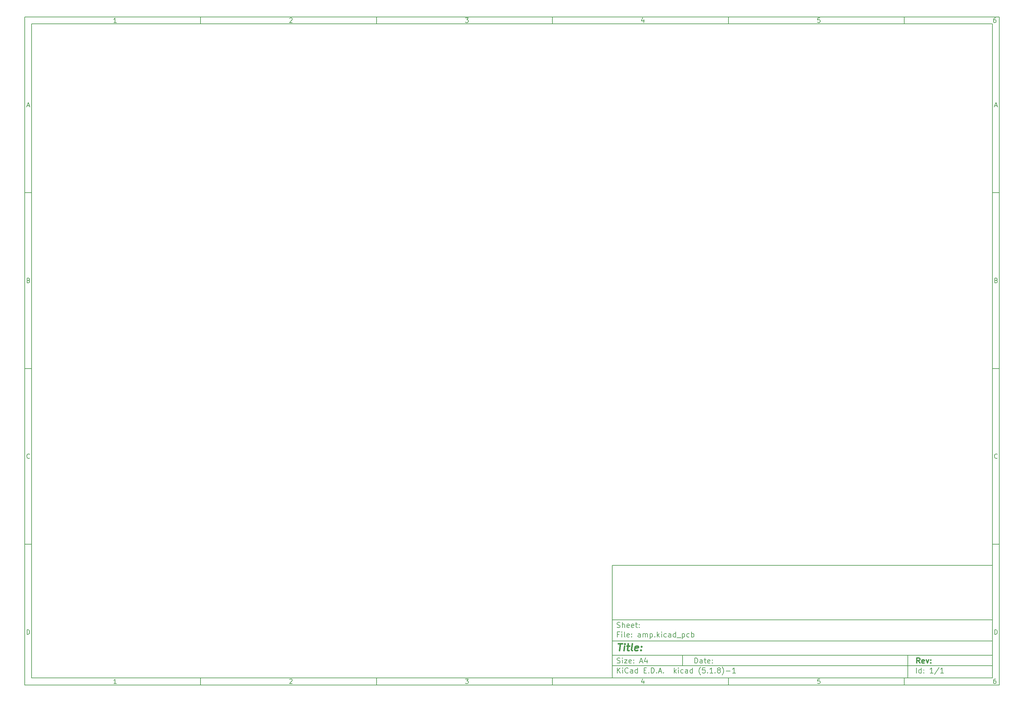
<source format=gbp>
G04 #@! TF.GenerationSoftware,KiCad,Pcbnew,(5.1.8)-1*
G04 #@! TF.CreationDate,2021-03-01T21:59:05+08:00*
G04 #@! TF.ProjectId,amp,616d702e-6b69-4636-9164-5f7063625858,rev?*
G04 #@! TF.SameCoordinates,Original*
G04 #@! TF.FileFunction,Paste,Bot*
G04 #@! TF.FilePolarity,Positive*
%FSLAX46Y46*%
G04 Gerber Fmt 4.6, Leading zero omitted, Abs format (unit mm)*
G04 Created by KiCad (PCBNEW (5.1.8)-1) date 2021-03-01 21:59:05*
%MOMM*%
%LPD*%
G01*
G04 APERTURE LIST*
%ADD10C,0.150000*%
%ADD11C,0.300000*%
%ADD12C,0.400000*%
G04 APERTURE END LIST*
D10*
X177002200Y-166007200D02*
X177002200Y-198007200D01*
X285002200Y-198007200D01*
X285002200Y-166007200D01*
X177002200Y-166007200D01*
X10000000Y-10000000D02*
X10000000Y-200007200D01*
X287002200Y-200007200D01*
X287002200Y-10000000D01*
X10000000Y-10000000D01*
X12000000Y-12000000D02*
X12000000Y-198007200D01*
X285002200Y-198007200D01*
X285002200Y-12000000D01*
X12000000Y-12000000D01*
X60000000Y-12000000D02*
X60000000Y-10000000D01*
X110000000Y-12000000D02*
X110000000Y-10000000D01*
X160000000Y-12000000D02*
X160000000Y-10000000D01*
X210000000Y-12000000D02*
X210000000Y-10000000D01*
X260000000Y-12000000D02*
X260000000Y-10000000D01*
X36065476Y-11588095D02*
X35322619Y-11588095D01*
X35694047Y-11588095D02*
X35694047Y-10288095D01*
X35570238Y-10473809D01*
X35446428Y-10597619D01*
X35322619Y-10659523D01*
X85322619Y-10411904D02*
X85384523Y-10350000D01*
X85508333Y-10288095D01*
X85817857Y-10288095D01*
X85941666Y-10350000D01*
X86003571Y-10411904D01*
X86065476Y-10535714D01*
X86065476Y-10659523D01*
X86003571Y-10845238D01*
X85260714Y-11588095D01*
X86065476Y-11588095D01*
X135260714Y-10288095D02*
X136065476Y-10288095D01*
X135632142Y-10783333D01*
X135817857Y-10783333D01*
X135941666Y-10845238D01*
X136003571Y-10907142D01*
X136065476Y-11030952D01*
X136065476Y-11340476D01*
X136003571Y-11464285D01*
X135941666Y-11526190D01*
X135817857Y-11588095D01*
X135446428Y-11588095D01*
X135322619Y-11526190D01*
X135260714Y-11464285D01*
X185941666Y-10721428D02*
X185941666Y-11588095D01*
X185632142Y-10226190D02*
X185322619Y-11154761D01*
X186127380Y-11154761D01*
X236003571Y-10288095D02*
X235384523Y-10288095D01*
X235322619Y-10907142D01*
X235384523Y-10845238D01*
X235508333Y-10783333D01*
X235817857Y-10783333D01*
X235941666Y-10845238D01*
X236003571Y-10907142D01*
X236065476Y-11030952D01*
X236065476Y-11340476D01*
X236003571Y-11464285D01*
X235941666Y-11526190D01*
X235817857Y-11588095D01*
X235508333Y-11588095D01*
X235384523Y-11526190D01*
X235322619Y-11464285D01*
X285941666Y-10288095D02*
X285694047Y-10288095D01*
X285570238Y-10350000D01*
X285508333Y-10411904D01*
X285384523Y-10597619D01*
X285322619Y-10845238D01*
X285322619Y-11340476D01*
X285384523Y-11464285D01*
X285446428Y-11526190D01*
X285570238Y-11588095D01*
X285817857Y-11588095D01*
X285941666Y-11526190D01*
X286003571Y-11464285D01*
X286065476Y-11340476D01*
X286065476Y-11030952D01*
X286003571Y-10907142D01*
X285941666Y-10845238D01*
X285817857Y-10783333D01*
X285570238Y-10783333D01*
X285446428Y-10845238D01*
X285384523Y-10907142D01*
X285322619Y-11030952D01*
X60000000Y-198007200D02*
X60000000Y-200007200D01*
X110000000Y-198007200D02*
X110000000Y-200007200D01*
X160000000Y-198007200D02*
X160000000Y-200007200D01*
X210000000Y-198007200D02*
X210000000Y-200007200D01*
X260000000Y-198007200D02*
X260000000Y-200007200D01*
X36065476Y-199595295D02*
X35322619Y-199595295D01*
X35694047Y-199595295D02*
X35694047Y-198295295D01*
X35570238Y-198481009D01*
X35446428Y-198604819D01*
X35322619Y-198666723D01*
X85322619Y-198419104D02*
X85384523Y-198357200D01*
X85508333Y-198295295D01*
X85817857Y-198295295D01*
X85941666Y-198357200D01*
X86003571Y-198419104D01*
X86065476Y-198542914D01*
X86065476Y-198666723D01*
X86003571Y-198852438D01*
X85260714Y-199595295D01*
X86065476Y-199595295D01*
X135260714Y-198295295D02*
X136065476Y-198295295D01*
X135632142Y-198790533D01*
X135817857Y-198790533D01*
X135941666Y-198852438D01*
X136003571Y-198914342D01*
X136065476Y-199038152D01*
X136065476Y-199347676D01*
X136003571Y-199471485D01*
X135941666Y-199533390D01*
X135817857Y-199595295D01*
X135446428Y-199595295D01*
X135322619Y-199533390D01*
X135260714Y-199471485D01*
X185941666Y-198728628D02*
X185941666Y-199595295D01*
X185632142Y-198233390D02*
X185322619Y-199161961D01*
X186127380Y-199161961D01*
X236003571Y-198295295D02*
X235384523Y-198295295D01*
X235322619Y-198914342D01*
X235384523Y-198852438D01*
X235508333Y-198790533D01*
X235817857Y-198790533D01*
X235941666Y-198852438D01*
X236003571Y-198914342D01*
X236065476Y-199038152D01*
X236065476Y-199347676D01*
X236003571Y-199471485D01*
X235941666Y-199533390D01*
X235817857Y-199595295D01*
X235508333Y-199595295D01*
X235384523Y-199533390D01*
X235322619Y-199471485D01*
X285941666Y-198295295D02*
X285694047Y-198295295D01*
X285570238Y-198357200D01*
X285508333Y-198419104D01*
X285384523Y-198604819D01*
X285322619Y-198852438D01*
X285322619Y-199347676D01*
X285384523Y-199471485D01*
X285446428Y-199533390D01*
X285570238Y-199595295D01*
X285817857Y-199595295D01*
X285941666Y-199533390D01*
X286003571Y-199471485D01*
X286065476Y-199347676D01*
X286065476Y-199038152D01*
X286003571Y-198914342D01*
X285941666Y-198852438D01*
X285817857Y-198790533D01*
X285570238Y-198790533D01*
X285446428Y-198852438D01*
X285384523Y-198914342D01*
X285322619Y-199038152D01*
X10000000Y-60000000D02*
X12000000Y-60000000D01*
X10000000Y-110000000D02*
X12000000Y-110000000D01*
X10000000Y-160000000D02*
X12000000Y-160000000D01*
X10690476Y-35216666D02*
X11309523Y-35216666D01*
X10566666Y-35588095D02*
X11000000Y-34288095D01*
X11433333Y-35588095D01*
X11092857Y-84907142D02*
X11278571Y-84969047D01*
X11340476Y-85030952D01*
X11402380Y-85154761D01*
X11402380Y-85340476D01*
X11340476Y-85464285D01*
X11278571Y-85526190D01*
X11154761Y-85588095D01*
X10659523Y-85588095D01*
X10659523Y-84288095D01*
X11092857Y-84288095D01*
X11216666Y-84350000D01*
X11278571Y-84411904D01*
X11340476Y-84535714D01*
X11340476Y-84659523D01*
X11278571Y-84783333D01*
X11216666Y-84845238D01*
X11092857Y-84907142D01*
X10659523Y-84907142D01*
X11402380Y-135464285D02*
X11340476Y-135526190D01*
X11154761Y-135588095D01*
X11030952Y-135588095D01*
X10845238Y-135526190D01*
X10721428Y-135402380D01*
X10659523Y-135278571D01*
X10597619Y-135030952D01*
X10597619Y-134845238D01*
X10659523Y-134597619D01*
X10721428Y-134473809D01*
X10845238Y-134350000D01*
X11030952Y-134288095D01*
X11154761Y-134288095D01*
X11340476Y-134350000D01*
X11402380Y-134411904D01*
X10659523Y-185588095D02*
X10659523Y-184288095D01*
X10969047Y-184288095D01*
X11154761Y-184350000D01*
X11278571Y-184473809D01*
X11340476Y-184597619D01*
X11402380Y-184845238D01*
X11402380Y-185030952D01*
X11340476Y-185278571D01*
X11278571Y-185402380D01*
X11154761Y-185526190D01*
X10969047Y-185588095D01*
X10659523Y-185588095D01*
X287002200Y-60000000D02*
X285002200Y-60000000D01*
X287002200Y-110000000D02*
X285002200Y-110000000D01*
X287002200Y-160000000D02*
X285002200Y-160000000D01*
X285692676Y-35216666D02*
X286311723Y-35216666D01*
X285568866Y-35588095D02*
X286002200Y-34288095D01*
X286435533Y-35588095D01*
X286095057Y-84907142D02*
X286280771Y-84969047D01*
X286342676Y-85030952D01*
X286404580Y-85154761D01*
X286404580Y-85340476D01*
X286342676Y-85464285D01*
X286280771Y-85526190D01*
X286156961Y-85588095D01*
X285661723Y-85588095D01*
X285661723Y-84288095D01*
X286095057Y-84288095D01*
X286218866Y-84350000D01*
X286280771Y-84411904D01*
X286342676Y-84535714D01*
X286342676Y-84659523D01*
X286280771Y-84783333D01*
X286218866Y-84845238D01*
X286095057Y-84907142D01*
X285661723Y-84907142D01*
X286404580Y-135464285D02*
X286342676Y-135526190D01*
X286156961Y-135588095D01*
X286033152Y-135588095D01*
X285847438Y-135526190D01*
X285723628Y-135402380D01*
X285661723Y-135278571D01*
X285599819Y-135030952D01*
X285599819Y-134845238D01*
X285661723Y-134597619D01*
X285723628Y-134473809D01*
X285847438Y-134350000D01*
X286033152Y-134288095D01*
X286156961Y-134288095D01*
X286342676Y-134350000D01*
X286404580Y-134411904D01*
X285661723Y-185588095D02*
X285661723Y-184288095D01*
X285971247Y-184288095D01*
X286156961Y-184350000D01*
X286280771Y-184473809D01*
X286342676Y-184597619D01*
X286404580Y-184845238D01*
X286404580Y-185030952D01*
X286342676Y-185278571D01*
X286280771Y-185402380D01*
X286156961Y-185526190D01*
X285971247Y-185588095D01*
X285661723Y-185588095D01*
X200434342Y-193785771D02*
X200434342Y-192285771D01*
X200791485Y-192285771D01*
X201005771Y-192357200D01*
X201148628Y-192500057D01*
X201220057Y-192642914D01*
X201291485Y-192928628D01*
X201291485Y-193142914D01*
X201220057Y-193428628D01*
X201148628Y-193571485D01*
X201005771Y-193714342D01*
X200791485Y-193785771D01*
X200434342Y-193785771D01*
X202577200Y-193785771D02*
X202577200Y-193000057D01*
X202505771Y-192857200D01*
X202362914Y-192785771D01*
X202077200Y-192785771D01*
X201934342Y-192857200D01*
X202577200Y-193714342D02*
X202434342Y-193785771D01*
X202077200Y-193785771D01*
X201934342Y-193714342D01*
X201862914Y-193571485D01*
X201862914Y-193428628D01*
X201934342Y-193285771D01*
X202077200Y-193214342D01*
X202434342Y-193214342D01*
X202577200Y-193142914D01*
X203077200Y-192785771D02*
X203648628Y-192785771D01*
X203291485Y-192285771D02*
X203291485Y-193571485D01*
X203362914Y-193714342D01*
X203505771Y-193785771D01*
X203648628Y-193785771D01*
X204720057Y-193714342D02*
X204577200Y-193785771D01*
X204291485Y-193785771D01*
X204148628Y-193714342D01*
X204077200Y-193571485D01*
X204077200Y-193000057D01*
X204148628Y-192857200D01*
X204291485Y-192785771D01*
X204577200Y-192785771D01*
X204720057Y-192857200D01*
X204791485Y-193000057D01*
X204791485Y-193142914D01*
X204077200Y-193285771D01*
X205434342Y-193642914D02*
X205505771Y-193714342D01*
X205434342Y-193785771D01*
X205362914Y-193714342D01*
X205434342Y-193642914D01*
X205434342Y-193785771D01*
X205434342Y-192857200D02*
X205505771Y-192928628D01*
X205434342Y-193000057D01*
X205362914Y-192928628D01*
X205434342Y-192857200D01*
X205434342Y-193000057D01*
X177002200Y-194507200D02*
X285002200Y-194507200D01*
X178434342Y-196585771D02*
X178434342Y-195085771D01*
X179291485Y-196585771D02*
X178648628Y-195728628D01*
X179291485Y-195085771D02*
X178434342Y-195942914D01*
X179934342Y-196585771D02*
X179934342Y-195585771D01*
X179934342Y-195085771D02*
X179862914Y-195157200D01*
X179934342Y-195228628D01*
X180005771Y-195157200D01*
X179934342Y-195085771D01*
X179934342Y-195228628D01*
X181505771Y-196442914D02*
X181434342Y-196514342D01*
X181220057Y-196585771D01*
X181077200Y-196585771D01*
X180862914Y-196514342D01*
X180720057Y-196371485D01*
X180648628Y-196228628D01*
X180577200Y-195942914D01*
X180577200Y-195728628D01*
X180648628Y-195442914D01*
X180720057Y-195300057D01*
X180862914Y-195157200D01*
X181077200Y-195085771D01*
X181220057Y-195085771D01*
X181434342Y-195157200D01*
X181505771Y-195228628D01*
X182791485Y-196585771D02*
X182791485Y-195800057D01*
X182720057Y-195657200D01*
X182577200Y-195585771D01*
X182291485Y-195585771D01*
X182148628Y-195657200D01*
X182791485Y-196514342D02*
X182648628Y-196585771D01*
X182291485Y-196585771D01*
X182148628Y-196514342D01*
X182077200Y-196371485D01*
X182077200Y-196228628D01*
X182148628Y-196085771D01*
X182291485Y-196014342D01*
X182648628Y-196014342D01*
X182791485Y-195942914D01*
X184148628Y-196585771D02*
X184148628Y-195085771D01*
X184148628Y-196514342D02*
X184005771Y-196585771D01*
X183720057Y-196585771D01*
X183577200Y-196514342D01*
X183505771Y-196442914D01*
X183434342Y-196300057D01*
X183434342Y-195871485D01*
X183505771Y-195728628D01*
X183577200Y-195657200D01*
X183720057Y-195585771D01*
X184005771Y-195585771D01*
X184148628Y-195657200D01*
X186005771Y-195800057D02*
X186505771Y-195800057D01*
X186720057Y-196585771D02*
X186005771Y-196585771D01*
X186005771Y-195085771D01*
X186720057Y-195085771D01*
X187362914Y-196442914D02*
X187434342Y-196514342D01*
X187362914Y-196585771D01*
X187291485Y-196514342D01*
X187362914Y-196442914D01*
X187362914Y-196585771D01*
X188077200Y-196585771D02*
X188077200Y-195085771D01*
X188434342Y-195085771D01*
X188648628Y-195157200D01*
X188791485Y-195300057D01*
X188862914Y-195442914D01*
X188934342Y-195728628D01*
X188934342Y-195942914D01*
X188862914Y-196228628D01*
X188791485Y-196371485D01*
X188648628Y-196514342D01*
X188434342Y-196585771D01*
X188077200Y-196585771D01*
X189577200Y-196442914D02*
X189648628Y-196514342D01*
X189577200Y-196585771D01*
X189505771Y-196514342D01*
X189577200Y-196442914D01*
X189577200Y-196585771D01*
X190220057Y-196157200D02*
X190934342Y-196157200D01*
X190077200Y-196585771D02*
X190577200Y-195085771D01*
X191077200Y-196585771D01*
X191577200Y-196442914D02*
X191648628Y-196514342D01*
X191577200Y-196585771D01*
X191505771Y-196514342D01*
X191577200Y-196442914D01*
X191577200Y-196585771D01*
X194577200Y-196585771D02*
X194577200Y-195085771D01*
X194720057Y-196014342D02*
X195148628Y-196585771D01*
X195148628Y-195585771D02*
X194577200Y-196157200D01*
X195791485Y-196585771D02*
X195791485Y-195585771D01*
X195791485Y-195085771D02*
X195720057Y-195157200D01*
X195791485Y-195228628D01*
X195862914Y-195157200D01*
X195791485Y-195085771D01*
X195791485Y-195228628D01*
X197148628Y-196514342D02*
X197005771Y-196585771D01*
X196720057Y-196585771D01*
X196577200Y-196514342D01*
X196505771Y-196442914D01*
X196434342Y-196300057D01*
X196434342Y-195871485D01*
X196505771Y-195728628D01*
X196577200Y-195657200D01*
X196720057Y-195585771D01*
X197005771Y-195585771D01*
X197148628Y-195657200D01*
X198434342Y-196585771D02*
X198434342Y-195800057D01*
X198362914Y-195657200D01*
X198220057Y-195585771D01*
X197934342Y-195585771D01*
X197791485Y-195657200D01*
X198434342Y-196514342D02*
X198291485Y-196585771D01*
X197934342Y-196585771D01*
X197791485Y-196514342D01*
X197720057Y-196371485D01*
X197720057Y-196228628D01*
X197791485Y-196085771D01*
X197934342Y-196014342D01*
X198291485Y-196014342D01*
X198434342Y-195942914D01*
X199791485Y-196585771D02*
X199791485Y-195085771D01*
X199791485Y-196514342D02*
X199648628Y-196585771D01*
X199362914Y-196585771D01*
X199220057Y-196514342D01*
X199148628Y-196442914D01*
X199077200Y-196300057D01*
X199077200Y-195871485D01*
X199148628Y-195728628D01*
X199220057Y-195657200D01*
X199362914Y-195585771D01*
X199648628Y-195585771D01*
X199791485Y-195657200D01*
X202077200Y-197157200D02*
X202005771Y-197085771D01*
X201862914Y-196871485D01*
X201791485Y-196728628D01*
X201720057Y-196514342D01*
X201648628Y-196157200D01*
X201648628Y-195871485D01*
X201720057Y-195514342D01*
X201791485Y-195300057D01*
X201862914Y-195157200D01*
X202005771Y-194942914D01*
X202077200Y-194871485D01*
X203362914Y-195085771D02*
X202648628Y-195085771D01*
X202577200Y-195800057D01*
X202648628Y-195728628D01*
X202791485Y-195657200D01*
X203148628Y-195657200D01*
X203291485Y-195728628D01*
X203362914Y-195800057D01*
X203434342Y-195942914D01*
X203434342Y-196300057D01*
X203362914Y-196442914D01*
X203291485Y-196514342D01*
X203148628Y-196585771D01*
X202791485Y-196585771D01*
X202648628Y-196514342D01*
X202577200Y-196442914D01*
X204077200Y-196442914D02*
X204148628Y-196514342D01*
X204077200Y-196585771D01*
X204005771Y-196514342D01*
X204077200Y-196442914D01*
X204077200Y-196585771D01*
X205577200Y-196585771D02*
X204720057Y-196585771D01*
X205148628Y-196585771D02*
X205148628Y-195085771D01*
X205005771Y-195300057D01*
X204862914Y-195442914D01*
X204720057Y-195514342D01*
X206220057Y-196442914D02*
X206291485Y-196514342D01*
X206220057Y-196585771D01*
X206148628Y-196514342D01*
X206220057Y-196442914D01*
X206220057Y-196585771D01*
X207148628Y-195728628D02*
X207005771Y-195657200D01*
X206934342Y-195585771D01*
X206862914Y-195442914D01*
X206862914Y-195371485D01*
X206934342Y-195228628D01*
X207005771Y-195157200D01*
X207148628Y-195085771D01*
X207434342Y-195085771D01*
X207577200Y-195157200D01*
X207648628Y-195228628D01*
X207720057Y-195371485D01*
X207720057Y-195442914D01*
X207648628Y-195585771D01*
X207577200Y-195657200D01*
X207434342Y-195728628D01*
X207148628Y-195728628D01*
X207005771Y-195800057D01*
X206934342Y-195871485D01*
X206862914Y-196014342D01*
X206862914Y-196300057D01*
X206934342Y-196442914D01*
X207005771Y-196514342D01*
X207148628Y-196585771D01*
X207434342Y-196585771D01*
X207577200Y-196514342D01*
X207648628Y-196442914D01*
X207720057Y-196300057D01*
X207720057Y-196014342D01*
X207648628Y-195871485D01*
X207577200Y-195800057D01*
X207434342Y-195728628D01*
X208220057Y-197157200D02*
X208291485Y-197085771D01*
X208434342Y-196871485D01*
X208505771Y-196728628D01*
X208577200Y-196514342D01*
X208648628Y-196157200D01*
X208648628Y-195871485D01*
X208577200Y-195514342D01*
X208505771Y-195300057D01*
X208434342Y-195157200D01*
X208291485Y-194942914D01*
X208220057Y-194871485D01*
X209362914Y-196014342D02*
X210505771Y-196014342D01*
X212005771Y-196585771D02*
X211148628Y-196585771D01*
X211577200Y-196585771D02*
X211577200Y-195085771D01*
X211434342Y-195300057D01*
X211291485Y-195442914D01*
X211148628Y-195514342D01*
X177002200Y-191507200D02*
X285002200Y-191507200D01*
D11*
X264411485Y-193785771D02*
X263911485Y-193071485D01*
X263554342Y-193785771D02*
X263554342Y-192285771D01*
X264125771Y-192285771D01*
X264268628Y-192357200D01*
X264340057Y-192428628D01*
X264411485Y-192571485D01*
X264411485Y-192785771D01*
X264340057Y-192928628D01*
X264268628Y-193000057D01*
X264125771Y-193071485D01*
X263554342Y-193071485D01*
X265625771Y-193714342D02*
X265482914Y-193785771D01*
X265197200Y-193785771D01*
X265054342Y-193714342D01*
X264982914Y-193571485D01*
X264982914Y-193000057D01*
X265054342Y-192857200D01*
X265197200Y-192785771D01*
X265482914Y-192785771D01*
X265625771Y-192857200D01*
X265697200Y-193000057D01*
X265697200Y-193142914D01*
X264982914Y-193285771D01*
X266197200Y-192785771D02*
X266554342Y-193785771D01*
X266911485Y-192785771D01*
X267482914Y-193642914D02*
X267554342Y-193714342D01*
X267482914Y-193785771D01*
X267411485Y-193714342D01*
X267482914Y-193642914D01*
X267482914Y-193785771D01*
X267482914Y-192857200D02*
X267554342Y-192928628D01*
X267482914Y-193000057D01*
X267411485Y-192928628D01*
X267482914Y-192857200D01*
X267482914Y-193000057D01*
D10*
X178362914Y-193714342D02*
X178577200Y-193785771D01*
X178934342Y-193785771D01*
X179077200Y-193714342D01*
X179148628Y-193642914D01*
X179220057Y-193500057D01*
X179220057Y-193357200D01*
X179148628Y-193214342D01*
X179077200Y-193142914D01*
X178934342Y-193071485D01*
X178648628Y-193000057D01*
X178505771Y-192928628D01*
X178434342Y-192857200D01*
X178362914Y-192714342D01*
X178362914Y-192571485D01*
X178434342Y-192428628D01*
X178505771Y-192357200D01*
X178648628Y-192285771D01*
X179005771Y-192285771D01*
X179220057Y-192357200D01*
X179862914Y-193785771D02*
X179862914Y-192785771D01*
X179862914Y-192285771D02*
X179791485Y-192357200D01*
X179862914Y-192428628D01*
X179934342Y-192357200D01*
X179862914Y-192285771D01*
X179862914Y-192428628D01*
X180434342Y-192785771D02*
X181220057Y-192785771D01*
X180434342Y-193785771D01*
X181220057Y-193785771D01*
X182362914Y-193714342D02*
X182220057Y-193785771D01*
X181934342Y-193785771D01*
X181791485Y-193714342D01*
X181720057Y-193571485D01*
X181720057Y-193000057D01*
X181791485Y-192857200D01*
X181934342Y-192785771D01*
X182220057Y-192785771D01*
X182362914Y-192857200D01*
X182434342Y-193000057D01*
X182434342Y-193142914D01*
X181720057Y-193285771D01*
X183077200Y-193642914D02*
X183148628Y-193714342D01*
X183077200Y-193785771D01*
X183005771Y-193714342D01*
X183077200Y-193642914D01*
X183077200Y-193785771D01*
X183077200Y-192857200D02*
X183148628Y-192928628D01*
X183077200Y-193000057D01*
X183005771Y-192928628D01*
X183077200Y-192857200D01*
X183077200Y-193000057D01*
X184862914Y-193357200D02*
X185577200Y-193357200D01*
X184720057Y-193785771D02*
X185220057Y-192285771D01*
X185720057Y-193785771D01*
X186862914Y-192785771D02*
X186862914Y-193785771D01*
X186505771Y-192214342D02*
X186148628Y-193285771D01*
X187077200Y-193285771D01*
X263434342Y-196585771D02*
X263434342Y-195085771D01*
X264791485Y-196585771D02*
X264791485Y-195085771D01*
X264791485Y-196514342D02*
X264648628Y-196585771D01*
X264362914Y-196585771D01*
X264220057Y-196514342D01*
X264148628Y-196442914D01*
X264077200Y-196300057D01*
X264077200Y-195871485D01*
X264148628Y-195728628D01*
X264220057Y-195657200D01*
X264362914Y-195585771D01*
X264648628Y-195585771D01*
X264791485Y-195657200D01*
X265505771Y-196442914D02*
X265577200Y-196514342D01*
X265505771Y-196585771D01*
X265434342Y-196514342D01*
X265505771Y-196442914D01*
X265505771Y-196585771D01*
X265505771Y-195657200D02*
X265577200Y-195728628D01*
X265505771Y-195800057D01*
X265434342Y-195728628D01*
X265505771Y-195657200D01*
X265505771Y-195800057D01*
X268148628Y-196585771D02*
X267291485Y-196585771D01*
X267720057Y-196585771D02*
X267720057Y-195085771D01*
X267577200Y-195300057D01*
X267434342Y-195442914D01*
X267291485Y-195514342D01*
X269862914Y-195014342D02*
X268577200Y-196942914D01*
X271148628Y-196585771D02*
X270291485Y-196585771D01*
X270720057Y-196585771D02*
X270720057Y-195085771D01*
X270577200Y-195300057D01*
X270434342Y-195442914D01*
X270291485Y-195514342D01*
X177002200Y-187507200D02*
X285002200Y-187507200D01*
D12*
X178714580Y-188211961D02*
X179857438Y-188211961D01*
X179036009Y-190211961D02*
X179286009Y-188211961D01*
X180274104Y-190211961D02*
X180440771Y-188878628D01*
X180524104Y-188211961D02*
X180416961Y-188307200D01*
X180500295Y-188402438D01*
X180607438Y-188307200D01*
X180524104Y-188211961D01*
X180500295Y-188402438D01*
X181107438Y-188878628D02*
X181869342Y-188878628D01*
X181476485Y-188211961D02*
X181262200Y-189926247D01*
X181333628Y-190116723D01*
X181512200Y-190211961D01*
X181702676Y-190211961D01*
X182655057Y-190211961D02*
X182476485Y-190116723D01*
X182405057Y-189926247D01*
X182619342Y-188211961D01*
X184190771Y-190116723D02*
X183988390Y-190211961D01*
X183607438Y-190211961D01*
X183428866Y-190116723D01*
X183357438Y-189926247D01*
X183452676Y-189164342D01*
X183571723Y-188973866D01*
X183774104Y-188878628D01*
X184155057Y-188878628D01*
X184333628Y-188973866D01*
X184405057Y-189164342D01*
X184381247Y-189354819D01*
X183405057Y-189545295D01*
X185155057Y-190021485D02*
X185238390Y-190116723D01*
X185131247Y-190211961D01*
X185047914Y-190116723D01*
X185155057Y-190021485D01*
X185131247Y-190211961D01*
X185286009Y-188973866D02*
X185369342Y-189069104D01*
X185262200Y-189164342D01*
X185178866Y-189069104D01*
X185286009Y-188973866D01*
X185262200Y-189164342D01*
D10*
X178934342Y-185600057D02*
X178434342Y-185600057D01*
X178434342Y-186385771D02*
X178434342Y-184885771D01*
X179148628Y-184885771D01*
X179720057Y-186385771D02*
X179720057Y-185385771D01*
X179720057Y-184885771D02*
X179648628Y-184957200D01*
X179720057Y-185028628D01*
X179791485Y-184957200D01*
X179720057Y-184885771D01*
X179720057Y-185028628D01*
X180648628Y-186385771D02*
X180505771Y-186314342D01*
X180434342Y-186171485D01*
X180434342Y-184885771D01*
X181791485Y-186314342D02*
X181648628Y-186385771D01*
X181362914Y-186385771D01*
X181220057Y-186314342D01*
X181148628Y-186171485D01*
X181148628Y-185600057D01*
X181220057Y-185457200D01*
X181362914Y-185385771D01*
X181648628Y-185385771D01*
X181791485Y-185457200D01*
X181862914Y-185600057D01*
X181862914Y-185742914D01*
X181148628Y-185885771D01*
X182505771Y-186242914D02*
X182577200Y-186314342D01*
X182505771Y-186385771D01*
X182434342Y-186314342D01*
X182505771Y-186242914D01*
X182505771Y-186385771D01*
X182505771Y-185457200D02*
X182577200Y-185528628D01*
X182505771Y-185600057D01*
X182434342Y-185528628D01*
X182505771Y-185457200D01*
X182505771Y-185600057D01*
X185005771Y-186385771D02*
X185005771Y-185600057D01*
X184934342Y-185457200D01*
X184791485Y-185385771D01*
X184505771Y-185385771D01*
X184362914Y-185457200D01*
X185005771Y-186314342D02*
X184862914Y-186385771D01*
X184505771Y-186385771D01*
X184362914Y-186314342D01*
X184291485Y-186171485D01*
X184291485Y-186028628D01*
X184362914Y-185885771D01*
X184505771Y-185814342D01*
X184862914Y-185814342D01*
X185005771Y-185742914D01*
X185720057Y-186385771D02*
X185720057Y-185385771D01*
X185720057Y-185528628D02*
X185791485Y-185457200D01*
X185934342Y-185385771D01*
X186148628Y-185385771D01*
X186291485Y-185457200D01*
X186362914Y-185600057D01*
X186362914Y-186385771D01*
X186362914Y-185600057D02*
X186434342Y-185457200D01*
X186577200Y-185385771D01*
X186791485Y-185385771D01*
X186934342Y-185457200D01*
X187005771Y-185600057D01*
X187005771Y-186385771D01*
X187720057Y-185385771D02*
X187720057Y-186885771D01*
X187720057Y-185457200D02*
X187862914Y-185385771D01*
X188148628Y-185385771D01*
X188291485Y-185457200D01*
X188362914Y-185528628D01*
X188434342Y-185671485D01*
X188434342Y-186100057D01*
X188362914Y-186242914D01*
X188291485Y-186314342D01*
X188148628Y-186385771D01*
X187862914Y-186385771D01*
X187720057Y-186314342D01*
X189077200Y-186242914D02*
X189148628Y-186314342D01*
X189077200Y-186385771D01*
X189005771Y-186314342D01*
X189077200Y-186242914D01*
X189077200Y-186385771D01*
X189791485Y-186385771D02*
X189791485Y-184885771D01*
X189934342Y-185814342D02*
X190362914Y-186385771D01*
X190362914Y-185385771D02*
X189791485Y-185957200D01*
X191005771Y-186385771D02*
X191005771Y-185385771D01*
X191005771Y-184885771D02*
X190934342Y-184957200D01*
X191005771Y-185028628D01*
X191077200Y-184957200D01*
X191005771Y-184885771D01*
X191005771Y-185028628D01*
X192362914Y-186314342D02*
X192220057Y-186385771D01*
X191934342Y-186385771D01*
X191791485Y-186314342D01*
X191720057Y-186242914D01*
X191648628Y-186100057D01*
X191648628Y-185671485D01*
X191720057Y-185528628D01*
X191791485Y-185457200D01*
X191934342Y-185385771D01*
X192220057Y-185385771D01*
X192362914Y-185457200D01*
X193648628Y-186385771D02*
X193648628Y-185600057D01*
X193577200Y-185457200D01*
X193434342Y-185385771D01*
X193148628Y-185385771D01*
X193005771Y-185457200D01*
X193648628Y-186314342D02*
X193505771Y-186385771D01*
X193148628Y-186385771D01*
X193005771Y-186314342D01*
X192934342Y-186171485D01*
X192934342Y-186028628D01*
X193005771Y-185885771D01*
X193148628Y-185814342D01*
X193505771Y-185814342D01*
X193648628Y-185742914D01*
X195005771Y-186385771D02*
X195005771Y-184885771D01*
X195005771Y-186314342D02*
X194862914Y-186385771D01*
X194577200Y-186385771D01*
X194434342Y-186314342D01*
X194362914Y-186242914D01*
X194291485Y-186100057D01*
X194291485Y-185671485D01*
X194362914Y-185528628D01*
X194434342Y-185457200D01*
X194577200Y-185385771D01*
X194862914Y-185385771D01*
X195005771Y-185457200D01*
X195362914Y-186528628D02*
X196505771Y-186528628D01*
X196862914Y-185385771D02*
X196862914Y-186885771D01*
X196862914Y-185457200D02*
X197005771Y-185385771D01*
X197291485Y-185385771D01*
X197434342Y-185457200D01*
X197505771Y-185528628D01*
X197577200Y-185671485D01*
X197577200Y-186100057D01*
X197505771Y-186242914D01*
X197434342Y-186314342D01*
X197291485Y-186385771D01*
X197005771Y-186385771D01*
X196862914Y-186314342D01*
X198862914Y-186314342D02*
X198720057Y-186385771D01*
X198434342Y-186385771D01*
X198291485Y-186314342D01*
X198220057Y-186242914D01*
X198148628Y-186100057D01*
X198148628Y-185671485D01*
X198220057Y-185528628D01*
X198291485Y-185457200D01*
X198434342Y-185385771D01*
X198720057Y-185385771D01*
X198862914Y-185457200D01*
X199505771Y-186385771D02*
X199505771Y-184885771D01*
X199505771Y-185457200D02*
X199648628Y-185385771D01*
X199934342Y-185385771D01*
X200077200Y-185457200D01*
X200148628Y-185528628D01*
X200220057Y-185671485D01*
X200220057Y-186100057D01*
X200148628Y-186242914D01*
X200077200Y-186314342D01*
X199934342Y-186385771D01*
X199648628Y-186385771D01*
X199505771Y-186314342D01*
X177002200Y-181507200D02*
X285002200Y-181507200D01*
X178362914Y-183614342D02*
X178577200Y-183685771D01*
X178934342Y-183685771D01*
X179077200Y-183614342D01*
X179148628Y-183542914D01*
X179220057Y-183400057D01*
X179220057Y-183257200D01*
X179148628Y-183114342D01*
X179077200Y-183042914D01*
X178934342Y-182971485D01*
X178648628Y-182900057D01*
X178505771Y-182828628D01*
X178434342Y-182757200D01*
X178362914Y-182614342D01*
X178362914Y-182471485D01*
X178434342Y-182328628D01*
X178505771Y-182257200D01*
X178648628Y-182185771D01*
X179005771Y-182185771D01*
X179220057Y-182257200D01*
X179862914Y-183685771D02*
X179862914Y-182185771D01*
X180505771Y-183685771D02*
X180505771Y-182900057D01*
X180434342Y-182757200D01*
X180291485Y-182685771D01*
X180077200Y-182685771D01*
X179934342Y-182757200D01*
X179862914Y-182828628D01*
X181791485Y-183614342D02*
X181648628Y-183685771D01*
X181362914Y-183685771D01*
X181220057Y-183614342D01*
X181148628Y-183471485D01*
X181148628Y-182900057D01*
X181220057Y-182757200D01*
X181362914Y-182685771D01*
X181648628Y-182685771D01*
X181791485Y-182757200D01*
X181862914Y-182900057D01*
X181862914Y-183042914D01*
X181148628Y-183185771D01*
X183077200Y-183614342D02*
X182934342Y-183685771D01*
X182648628Y-183685771D01*
X182505771Y-183614342D01*
X182434342Y-183471485D01*
X182434342Y-182900057D01*
X182505771Y-182757200D01*
X182648628Y-182685771D01*
X182934342Y-182685771D01*
X183077200Y-182757200D01*
X183148628Y-182900057D01*
X183148628Y-183042914D01*
X182434342Y-183185771D01*
X183577200Y-182685771D02*
X184148628Y-182685771D01*
X183791485Y-182185771D02*
X183791485Y-183471485D01*
X183862914Y-183614342D01*
X184005771Y-183685771D01*
X184148628Y-183685771D01*
X184648628Y-183542914D02*
X184720057Y-183614342D01*
X184648628Y-183685771D01*
X184577200Y-183614342D01*
X184648628Y-183542914D01*
X184648628Y-183685771D01*
X184648628Y-182757200D02*
X184720057Y-182828628D01*
X184648628Y-182900057D01*
X184577200Y-182828628D01*
X184648628Y-182757200D01*
X184648628Y-182900057D01*
X197002200Y-191507200D02*
X197002200Y-194507200D01*
X261002200Y-191507200D02*
X261002200Y-198007200D01*
M02*

</source>
